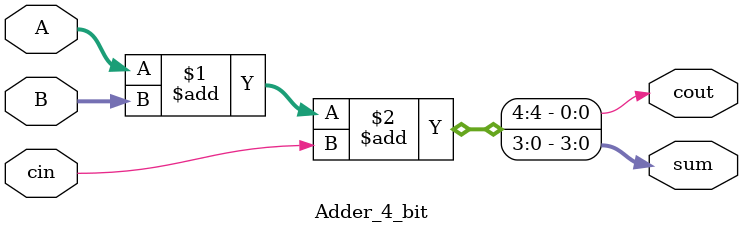
<source format=sv>



module Sequence_multi(multiplicand,multiplier,clk,clear,ready,product);
  
  input [3:0] multiplicand,multiplier;
  input clk,clear,ready;
  output [7:0] product;
  reg load_A,load_B,shift_A,shift_B,inc;
  wire [3:0] in2,B,Mul_out,sum;
  wire carry_o;
  wire cout;
  
 
  wire [3:0] counter_out;
  wire [3:0] mux_out;
  wire cin;
  
  
  reg [3:0] present,next;
  
  parameter idle=2'b00,shift=2'b01,add=2'b10,halt=2'b11;
  
   
  
  assign cin=0;
  assign in2=0;
  
  Dflip carry (cout,clk,clear,carry_o);  
  pipo_shift summ (sum,carry_o,load_A,shift_A,clk,clear,B); 
  pipo_shift mul (multiplier,B[0],load_B,shift_B,clk,clear,Mul_out); 

  counter count (inc,clear,clk,counter_out);
  Mux2_1 Mux1 (in2,multiplicand,Mul_out[0],mux_out); 
  Adder_4_bit addr1 (mux_out,B,cin,sum,cout);
    
  
  always @(posedge clk)
      begin
        present<=next;
      end
    
  always@ (present or ready)
      begin
        
      
        
        case(present)
          
          idle : begin
            
            if(ready==1)
              begin
                load_B=1;load_A=0;shift_A=0;shift_B=0;inc=0;
                
                next=add;
              end
            else
              next=idle;
          end
            
           
          
          add: begin
            
             
             load_B=0;load_A=1;shift_A=0;shift_B=0;inc=1;
             next=shift;
             
           end
            
            
         
          
          shift: begin
            
            
            if(counter_out!=4)
              begin
                
               load_B=0;load_A=0;shift_A=1;shift_B=1;inc=0;
               next=add;
              end
            
            
            else if(counter_out==4)
              begin
                load_B=0;load_A=0;shift_A=1;shift_B=1;inc=0;
                next=halt;
              end
          end
            
            halt: begin
              
              load_B=0;load_A=0;shift_A=0;shift_B=0;inc=0;
              next=halt;
              
            end
            
          default :next=idle;
        endcase
      end
  
  
  assign product={B,Mul_out};
    
  endmodule
            
            

module pipo_shift(Load_in,R_shift_in,load,shift,clk,clear,out);
  input [3:0] Load_in;
  input R_shift_in,clk,clear,load,shift;
  output [3:0] out;
  reg [3:0] out;
  
  always@(posedge clk or posedge clear)
    begin
      
    if(clear==1)
      out<=0;
    
    else if(load==1)
      out<=Load_in;
  
    else if(shift==1)
      out<={R_shift_in,out[3:1]};
      
      else
        out<=out;
    end
  
endmodule

module Dflip(in,clk,clear,out);
  
  input in,clk,clear;
  output out;
  reg out;
  always@(posedge clk or posedge clear)
    begin
      if(clear==1)
        out<=0;
      
      else if(clear==0)
        out<=in;
    end
endmodule

module counter(inc,clear,clk,out);
  
  input inc,clear,clk;
  output [3:0] out;
  reg [3:0] out;
  
  always@(posedge clk or posedge clear)
    begin
      if(clear==1)
        out<=0;
      else if(inc==1)
        out<=out+1;
      else
        out<=out;
    end
endmodule


module Mux2_1(in1,in2,sel,out);
  input [3:0] in1,in2;
  input sel;
  output [3:0] out;
  
  assign out=sel==0?in1:in2;
  
  
endmodule

module Adder_4_bit(A,B,cin,sum,cout);
  input [3:0] A,B;
  input cin;
  output [3:0] sum;
  output cout;
  
  assign {cout,sum}=A+B+cin;
  
endmodule           
             
                
              
              
             
    
  

      
            
</source>
